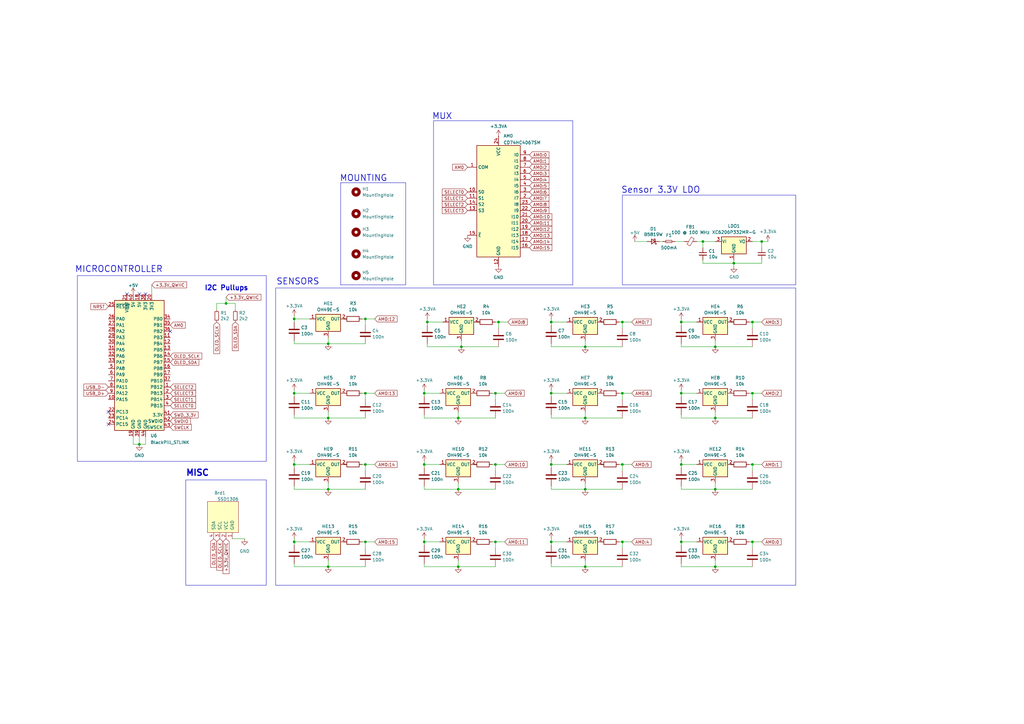
<source format=kicad_sch>
(kicad_sch (version 20250114) (generator "eeschema") (generator_version "9.0")
  (paper "A3")
  (lib_symbols
    (symbol "74xx:CD74HC4067SM"
      (property "Reference" "U" (at -8.89 22.86 0))
      (property "Value" "CD74HC4067SM" (at 1.27 22.86 0))
      (symbol "CD74HC4067SM_1_1"
        (pin passive line (at -12.7 12.7 0) (length 3.81) (name "COM") (number "1"))
        (pin input line (at -12.7 2.54 0) (length 3.81) (name "S0") (number "10"))
        (pin input line (at -12.7 0 0) (length 3.81) (name "S1") (number "11"))
        (pin input line (at -12.7 -2.54 0) (length 3.81) (name "S2") (number "14"))
        (pin input line (at -12.7 -5.08 0) (length 3.81) (name "S3") (number "13"))
        (pin input line (at -12.7 -15.24 0) (length 3.81) (name "~{E}") (number "15"))
        (pin power_in line (at 0 25.4 270) (length 3.81) (name "VCC") (number "24"))
        (pin power_in line (at 0 -27.94 90) (length 3.81) (name "GND") (number "12"))
        (pin passive line (at 12.7 17.78 180) (length 3.81) (name "I0") (number "9"))
        (pin passive line (at 12.7 15.24 180) (length 3.81) (name "I1") (number "8"))
        (pin passive line (at 12.7 12.7 180) (length 3.81) (name "I2") (number "7"))
        (pin passive line (at 12.7 10.16 180) (length 3.81) (name "I3") (number "6"))
        (pin passive line (at 12.7 7.62 180) (length 3.81) (name "I4") (number "5"))
        (pin passive line (at 12.7 5.08 180) (length 3.81) (name "I5") (number "4"))
        (pin passive line (at 12.7 2.54 180) (length 3.81) (name "I6") (number "3"))
        (pin passive line (at 12.7 0 180) (length 3.81) (name "I7") (number "2"))
        (pin passive line (at 12.7 -2.54 180) (length 3.81) (name "I8") (number "23"))
        (pin passive line (at 12.7 -5.08 180) (length 3.81) (name "I9") (number "22"))
        (pin passive line (at 12.7 -7.62 180) (length 3.81) (name "I10") (number "21"))
        (pin passive line (at 12.7 -10.16 180) (length 3.81) (name "I11") (number "20"))
        (pin passive line (at 12.7 -12.7 180) (length 3.81) (name "I12") (number "19"))
        (pin passive line (at 12.7 -15.24 180) (length 3.81) (name "I13") (number "18"))
        (pin passive line (at 12.7 -17.78 180) (length 3.81) (name "I14") (number "17"))
        (pin passive line (at 12.7 -20.32 180) (length 3.81) (name "I15") (number "16"))
      )
    )
    (symbol "Device:C" (pin_numbers (hide yes)) (pin_names (offset 0.254))
      (property "Reference" "C" (at 0.635 2.54 0))
      (property "Value" "C" (at 0.635 -2.54 0))
      (symbol "C_1_1"
        (pin passive line (at 0 3.81 270) (length 2.794) (name "~") (number "1"))
        (pin passive line (at 0 -3.81 90) (length 2.794) (name "~") (number "2"))
      )
    )
    (symbol "Device:C_Small" (pin_numbers (hide yes)) (pin_names (offset 0.254) (hide yes))
      (property "Reference" "C" (at 0.254 1.778 0))
      (property "Value" "C_Small" (at 0.254 -2.032 0))
      (symbol "C_Small_1_1"
        (pin passive line (at 0 2.54 270) (length 2.032) (name "~") (number "1"))
        (pin passive line (at 0 -2.54 90) (length 2.032) (name "~") (number "2"))
      )
    )
    (symbol "Device:D_Schottky_Small" (pin_numbers (hide yes)) (pin_names (offset 0.254) (hide yes))
      (property "Reference" "D" (at -1.27 2.032 0))
      (property "Value" "D_Schottky_Small" (at -7.112 -2.032 0))
      (symbol "D_Schottky_Small_1_1"
        (pin passive line (at -2.54 0 0) (length 1.778) (name "K") (number "1"))
        (pin passive line (at 2.54 0 180) (length 1.778) (name "A") (number "2"))
      )
    )
    (symbol "Device:Ferrite_Bead_Small" (pin_numbers (hide yes)) (pin_names (offset 0))
      (property "Reference" "FB" (at 1.905 1.27 0))
      (property "Value" "Device_Ferrite_Bead_Small" (at 1.905 -1.27 0))
      (symbol "Ferrite_Bead_Small_1_1"
        (pin passive line (at 0 2.54 270) (length 1.27) (name "~") (number "1"))
        (pin passive line (at 0 -2.54 90) (length 1.27) (name "~") (number "2"))
      )
    )
    (symbol "Device:Fuse_Small" (pin_numbers (hide yes)) (pin_names (offset 0.254) (hide yes))
      (property "Reference" "F" (at 0 -1.524 0))
      (property "Value" "Fuse_Small" (at 0 1.524 0))
      (symbol "Fuse_Small_1_1"
        (pin passive line (at -2.54 0 0) (length 1.27) (name "~") (number "1"))
        (pin passive line (at 2.54 0 180) (length 1.27) (name "~") (number "2"))
      )
    )
    (symbol "Device:R" (pin_numbers (hide yes)) (pin_names (offset 0))
      (property "Reference" "R" (at 2.032 0 90))
      (property "Value" "R" (at 0 0 90))
      (symbol "R_1_1"
        (pin passive line (at 0 3.81 270) (length 1.27) (name "~") (number "1"))
        (pin passive line (at 0 -3.81 90) (length 1.27) (name "~") (number "2"))
      )
    )
    (symbol "Device:R_Small" (pin_numbers (hide yes)) (pin_names (offset 0.254) (hide yes))
      (property "Reference" "R" (at 0.762 0.508 0))
      (property "Value" "R_Small" (at 0.762 -1.016 0))
      (symbol "R_Small_1_1"
        (pin passive line (at 0 2.54 270) (length 0.762) (name "~") (number "1"))
        (pin passive line (at 0 -2.54 90) (length 0.762) (name "~") (number "2"))
      )
    )
    (symbol "HE60:OH49E-S" (pin_names (offset 0.254))
      (property "Reference" "U" (at -3.81 3.175 0))
      (property "Value" "OH49E-S" (at 0 3.175 0))
      (symbol "OH49E-S_1_1"
        (pin power_in line (at -7.62 0 0) (length 2.54) (name "VCC") (number "1"))
        (pin power_in line (at 0 -7.62 90) (length 2.54) (name "GND") (number "3"))
        (pin output line (at 7.62 0 180) (length 2.54) (name "OUT") (number "2"))
      )
    )
    (symbol "Mechanical:MountingHole" (pin_names (offset 1.016)) (in_bom no)
      (property "Reference" "H" (at 0 5.08 0))
      (property "Value" "MountingHole" (at 0 3.175 0))
    )
    (symbol "Regulator_Linear:XC6206PxxxMR" (pin_names (offset 0.254))
      (property "Reference" "U" (at -3.81 3.175 0))
      (property "Value" "XC6206PxxxMR" (at 0 3.175 0))
      (symbol "XC6206PxxxMR_1_1"
        (pin power_in line (at -7.62 0 0) (length 2.54) (name "VI") (number "3"))
        (pin power_in line (at 0 -7.62 90) (length 2.54) (name "GND") (number "1"))
        (pin power_out line (at 7.62 0 180) (length 2.54) (name "VO") (number "2"))
      )
    )
    (symbol "SSD1306-128x64_OLED:SSD1306" (pin_names (offset 1.016))
      (property "Reference" "Brd" (at 0 -3.81 0))
      (property "Value" "SSD1306" (at 0 -1.27 0))
      (symbol "SSD1306_1_1"
        (pin input line (at -3.81 8.89 270) (length 2.54) (name "GND") (number "1"))
        (pin input line (at -1.27 8.89 270) (length 2.54) (name "VCC") (number "2"))
        (pin input line (at 1.27 8.89 270) (length 2.54) (name "SCL") (number "3"))
        (pin input line (at 3.81 8.89 270) (length 2.54) (name "SDA") (number "4"))
      )
    )
    (symbol "blackpill_stlink:BlackPill_STLINK"
      (property "Reference" "U6" (at 4.5594 -27.5495 0))
      (property "Value" "BlackPill_STLINK" (at 4.5594 -30.3246 0))
      (symbol "BlackPill_STLINK_1_1"
        (pin input line (at -12.7 25.4 0) (length 2.54) (name "~{RESET}") (number "25"))
        (pin bidirectional line (at -12.7 20.32 0) (length 2.54) (name "PA0") (number "26"))
        (pin bidirectional line (at -12.7 17.78 0) (length 2.54) (name "PA1") (number "27"))
        (pin bidirectional line (at -12.7 15.24 0) (length 2.54) (name "PA2") (number "28"))
        (pin bidirectional line (at -12.7 12.7 0) (length 2.54) (name "PA3") (number "29"))
        (pin bidirectional line (at -12.7 10.16 0) (length 2.54) (name "PA4") (number "30"))
        (pin bidirectional line (at -12.7 7.62 0) (length 2.54) (name "PA5") (number "31"))
        (pin bidirectional line (at -12.7 5.08 0) (length 2.54) (name "PA6") (number "32"))
        (pin bidirectional line (at -12.7 2.54 0) (length 2.54) (name "PA7") (number "33"))
        (pin bidirectional line (at -12.7 0 0) (length 2.54) (name "PA8") (number "5"))
        (pin bidirectional line (at -12.7 -2.54 0) (length 2.54) (name "PA9") (number "6"))
        (pin bidirectional line (at -12.7 -5.08 0) (length 2.54) (name "PA10") (number "7"))
        (pin bidirectional line (at -12.7 -7.62 0) (length 2.54) (name "PA11") (number "8"))
        (pin bidirectional line (at -12.7 -10.16 0) (length 2.54) (name "PA12") (number "9"))
        (pin bidirectional line (at -12.7 -12.7 0) (length 2.54) (name "PA15") (number "10"))
        (pin bidirectional line (at -12.7 -17.78 0) (length 2.54) (name "PC13") (number "22"))
        (pin bidirectional line (at -12.7 -20.32 0) (length 2.54) (name "PC14") (number "23"))
        (pin bidirectional line (at -12.7 -22.86 0) (length 2.54) (name "PC15") (number "24"))
        (pin power_in line (at -5.08 30.48 270) (length 2.54) (name "VBAT") (number "21"))
        (pin passive line (at -2.54 30.48 270) (length 2.54) (name "5V") (number "40"))
        (pin power_in line (at -2.54 -27.94 90) (length 2.54) (name "GND") (number "19"))
        (pin power_in line (at 0 30.48 270) (length 2.54) (name "5V") (number "18"))
        (pin power_in line (at 0 -27.94 90) (length 2.54) (name "GND") (number "39"))
        (pin power_out line (at 2.54 30.48 270) (length 2.54) (name "3V3") (number "38"))
        (pin power_in line (at 2.54 -27.94 90) (length 2.54) (name "GND") (number "44"))
        (pin power_out line (at 5.08 30.48 270) (length 2.54) (name "3V3") (number "20"))
        (pin bidirectional line (at 12.7 20.32 180) (length 2.54) (name "PB0") (number "34"))
        (pin bidirectional line (at 12.7 17.78 180) (length 2.54) (name "PB1") (number "35"))
        (pin bidirectional line (at 12.7 15.24 180) (length 2.54) (name "PB2") (number "36"))
        (pin bidirectional line (at 12.7 12.7 180) (length 2.54) (name "PB3") (number "11"))
        (pin bidirectional line (at 12.7 10.16 180) (length 2.54) (name "PB4") (number "12"))
        (pin bidirectional line (at 12.7 7.62 180) (length 2.54) (name "PB5") (number "13"))
        (pin bidirectional line (at 12.7 5.08 180) (length 2.54) (name "PB6") (number "14"))
        (pin bidirectional line (at 12.7 2.54 180) (length 2.54) (name "PB7") (number "15"))
        (pin bidirectional line (at 12.7 0 180) (length 2.54) (name "PB8") (number "16"))
        (pin bidirectional line (at 12.7 -2.54 180) (length 2.54) (name "PB9") (number "17"))
        (pin bidirectional line (at 12.7 -5.08 180) (length 2.54) (name "PB10") (number "37"))
        (pin bidirectional line (at 12.7 -7.62 180) (length 2.54) (name "PB12") (number "1"))
        (pin bidirectional line (at 12.7 -10.16 180) (length 2.54) (name "PB13") (number "2"))
        (pin bidirectional line (at 12.7 -12.7 180) (length 2.54) (name "PB14") (number "3"))
        (pin bidirectional line (at 12.7 -15.24 180) (length 2.54) (name "PB15") (number "4"))
        (pin power_out line (at 12.7 -19.05 180) (length 2.54) (name "3.3V") (number "41"))
        (pin bidirectional line (at 12.7 -21.59 180) (length 2.54) (name "SWDIO") (number "42"))
        (pin bidirectional line (at 12.7 -24.13 180) (length 2.54) (name "SWSCK") (number "43"))
      )
    )
    (symbol "power:+3.3VA" (power) (pin_numbers (hide yes)) (pin_names (offset 0) (hide yes))
      (property "Value" "+3.3VA" (at 0 3.556 0))
      (symbol "+3.3VA_1_1"
        (pin power_in line (at 0 0 90) (length 0) (name "~") (number "1"))
      )
    )
    (symbol "power:+5V" (power) (pin_names (offset 0))
      (property "Value" "+5V" (at 0 3.556 0))
      (symbol "+5V_1_1"
        (pin power_in line (at 0 0 90) (length 0) (hide yes) (name "+5V") (number "1"))
      )
    )
    (symbol "power:GND" (power) (pin_names (offset 0))
      (property "Value" "GND" (at 0 -3.81 0))
      (symbol "GND_1_1"
        (pin power_in line (at 0 0 270) (length 0) (hide yes) (name "GND") (number "1"))
      )
    )
  )
  (rectangle (start 31.75 113.03) (end 109.22 189.23))
  (rectangle (start 76.2 196.85) (end 109.22 240.03))
  (rectangle (start 139.7 74.93) (end 166.37 116.84))
  (rectangle (start 113.03 118.11) (end 326.39 240.03))
  (rectangle (start 177.8 49.53) (end 234.95 116.84))
  (rectangle (start 255.27 80.01) (end 326.39 116.84))
  (text "MUX" (at 181.356 47.752 0) (effects (font (size 2.54 2.54) (thickness 0.254) (bold yes))))
  (text "I2C Pullups" (at 83.82 119.38 0) (effects (font (size 2.0066 2.0066) (thickness 0.4013) (bold yes)) (justify left bottom)))
  (text "SENSORS" (at 122.174 115.57 0) (effects (font (size 2.54 2.54) (thickness 0.254) (bold yes))))
  (text "Sensor 3.3V LDO" (at 271.018 77.978 0) (effects (font (size 2.54 2.54) (thickness 0.254) (bold yes))))
  (text "MOUNTING\n" (at 149.098 73.152 0) (effects (font (size 2.54 2.54) (thickness 0.254) (bold yes))))
  (text "MICROCONTROLLER" (at 48.768 110.49 0) (effects (font (size 2.54 2.54) (thickness 0.254) (bold yes))))
  (text "MISC" (at 81.026 194.056 0) (effects (font (size 2.54 2.54) (thickness 0.508) (bold yes))))
  (junction (at 134.62 140.97))
  (junction (at 149.86 161.29))
  (junction (at 308.61 161.29))
  (junction (at 255.27 161.29))
  (junction (at 120.65 161.29))
  (junction (at 279.4 132.08))
  (junction (at 240.03 171.45))
  (junction (at 308.61 190.5))
  (junction (at 293.37 142.24))
  (junction (at 175.26 132.08))
  (junction (at 187.96 200.66))
  (junction (at 173.99 161.29))
  (junction (at 293.37 200.66))
  (junction (at 189.23 142.24))
  (junction (at 293.37 171.45))
  (junction (at 226.06 161.29))
  (junction (at 240.03 142.24))
  (junction (at 203.2 190.5))
  (junction (at 300.99 107.95))
  (junction (at 149.86 222.25))
  (junction (at 240.03 200.66))
  (junction (at 134.62 232.41))
  (junction (at 57.15 182.245))
  (junction (at 312.42 99.06))
  (junction (at 279.4 161.29))
  (junction (at 279.4 190.5))
  (junction (at 255.27 132.08))
  (junction (at 134.62 200.66))
  (junction (at 226.06 132.08))
  (junction (at 308.61 132.08))
  (junction (at 187.96 232.41))
  (junction (at 226.06 190.5))
  (junction (at 173.99 190.5))
  (junction (at 293.37 232.41))
  (junction (at 203.2 222.25))
  (junction (at 134.62 171.45))
  (junction (at 120.65 190.5))
  (junction (at 149.86 130.81))
  (junction (at 308.61 222.25))
  (junction (at 92.71 124.46))
  (junction (at 255.27 190.5))
  (junction (at 240.03 232.41))
  (junction (at 203.2 161.29))
  (junction (at 120.65 222.25))
  (junction (at 187.96 171.45))
  (junction (at 255.27 222.25))
  (junction (at 173.99 222.25))
  (junction (at 149.86 190.5))
  (junction (at 120.65 130.81))
  (junction (at 226.06 222.25))
  (junction (at 288.29 99.06))
  (junction (at 279.4 222.25))
  (junction (at 204.47 132.08))
  (no_connect (at 44.45 173.99))
  (no_connect (at 57.15 120.65))
  (no_connect (at 59.69 120.65))
  (no_connect (at 44.45 168.91))
  (no_connect (at 52.07 120.65))
  (no_connect (at 69.85 135.89))
  (wire (pts (xy 173.99 222.25) (xy 180.34 222.25)))
  (wire (pts (xy 279.4 191.77) (xy 279.4 190.5)))
  (wire (pts (xy 226.06 130.81) (xy 226.06 132.08)))
  (wire (pts (xy 226.06 161.29) (xy 232.41 161.29)))
  (wire (pts (xy 279.4 162.56) (xy 279.4 161.29)))
  (wire (pts (xy 204.47 132.08) (xy 204.47 134.62)))
  (wire (pts (xy 299.72 161.29) (xy 300.99 161.29)))
  (wire (pts (xy 240.03 171.45) (xy 255.27 171.45)))
  (wire (pts (xy 203.2 161.29) (xy 201.93 161.29)))
  (wire (pts (xy 312.42 99.06) (xy 314.96 99.06)))
  (wire (pts (xy 288.29 99.06) (xy 293.37 99.06)))
  (wire (pts (xy 120.65 223.52) (xy 120.65 222.25)))
  (wire (pts (xy 255.27 132.08) (xy 254 132.08)))
  (wire (pts (xy 120.65 232.41) (xy 120.65 231.14)))
  (wire (pts (xy 255.27 190.5) (xy 255.27 193.04)))
  (wire (pts (xy 299.72 132.08) (xy 300.99 132.08)))
  (wire (pts (xy 120.65 162.56) (xy 120.65 161.29)))
  (wire (pts (xy 240.03 139.7) (xy 240.03 142.24)))
  (wire (pts (xy 187.96 171.45) (xy 203.2 171.45)))
  (wire (pts (xy 149.86 190.5) (xy 148.59 190.5)))
  (wire (pts (xy 255.27 161.29) (xy 259.08 161.29)))
  (wire (pts (xy 173.99 200.66) (xy 173.99 199.39)))
  (wire (pts (xy 96.52 124.46) (xy 96.52 127)))
  (wire (pts (xy 194.31 161.29) (xy 195.58 161.29)))
  (wire (pts (xy 255.27 190.5) (xy 254 190.5)))
  (wire (pts (xy 308.61 222.25) (xy 307.34 222.25)))
  (wire (pts (xy 120.65 171.45) (xy 120.65 170.18)))
  (wire (pts (xy 240.03 200.66) (xy 255.27 200.66)))
  (wire (pts (xy 300.99 109.22) (xy 300.99 107.95)))
  (wire (pts (xy 173.99 232.41) (xy 187.96 232.41)))
  (wire (pts (xy 134.62 168.91) (xy 134.62 171.45)))
  (wire (pts (xy 226.06 191.77) (xy 226.06 190.5)))
  (wire (pts (xy 134.62 140.97) (xy 149.86 140.97)))
  (wire (pts (xy 173.99 171.45) (xy 187.96 171.45)))
  (wire (pts (xy 120.65 160.02) (xy 120.65 161.29)))
  (wire (pts (xy 120.65 222.25) (xy 127 222.25)))
  (wire (pts (xy 226.06 223.52) (xy 226.06 222.25)))
  (wire (pts (xy 255.27 190.5) (xy 259.08 190.5)))
  (wire (pts (xy 279.4 220.98) (xy 279.4 222.25)))
  (wire (pts (xy 255.27 161.29) (xy 254 161.29)))
  (wire (pts (xy 308.61 190.5) (xy 308.61 193.04)))
  (wire (pts (xy 293.37 200.66) (xy 308.61 200.66)))
  (wire (pts (xy 308.61 190.5) (xy 312.42 190.5)))
  (wire (pts (xy 134.62 200.66) (xy 149.86 200.66)))
  (wire (pts (xy 279.4 189.23) (xy 279.4 190.5)))
  (wire (pts (xy 173.99 220.98) (xy 173.99 222.25)))
  (wire (pts (xy 195.58 132.08) (xy 196.85 132.08)))
  (wire (pts (xy 173.99 200.66) (xy 187.96 200.66)))
  (wire (pts (xy 204.47 132.08) (xy 208.28 132.08)))
  (wire (pts (xy 134.62 198.12) (xy 134.62 200.66)))
  (wire (pts (xy 226.06 189.23) (xy 226.06 190.5)))
  (wire (pts (xy 240.03 229.87) (xy 240.03 232.41)))
  (wire (pts (xy 308.61 222.25) (xy 312.42 222.25)))
  (wire (pts (xy 240.03 168.91) (xy 240.03 171.45)))
  (wire (pts (xy 92.71 124.46) (xy 88.9 124.46)))
  (wire (pts (xy 189.23 139.7) (xy 189.23 142.24)))
  (wire (pts (xy 203.2 161.29) (xy 203.2 163.83)))
  (wire (pts (xy 149.86 222.25) (xy 148.59 222.25)))
  (wire (pts (xy 260.35 99.06) (xy 265.43 99.06)))
  (wire (pts (xy 226.06 200.66) (xy 226.06 199.39)))
  (wire (pts (xy 120.65 129.54) (xy 120.65 130.81)))
  (wire (pts (xy 312.42 106.68) (xy 312.42 107.95)))
  (wire (pts (xy 149.86 130.81) (xy 148.59 130.81)))
  (wire (pts (xy 187.96 198.12) (xy 187.96 200.66)))
  (wire (pts (xy 288.29 101.6) (xy 288.29 99.06)))
  (wire (pts (xy 120.65 140.97) (xy 134.62 140.97)))
  (wire (pts (xy 173.99 223.52) (xy 173.99 222.25)))
  (wire (pts (xy 246.38 132.08) (xy 247.65 132.08)))
  (wire (pts (xy 299.72 222.25) (xy 300.99 222.25)))
  (wire (pts (xy 279.4 142.24) (xy 279.4 140.97)))
  (wire (pts (xy 226.06 232.41) (xy 226.06 231.14)))
  (wire (pts (xy 279.4 223.52) (xy 279.4 222.25)))
  (wire (pts (xy 255.27 222.25) (xy 254 222.25)))
  (wire (pts (xy 140.97 190.5) (xy 142.24 190.5)))
  (wire (pts (xy 120.65 200.66) (xy 134.62 200.66)))
  (wire (pts (xy 120.65 189.23) (xy 120.65 190.5)))
  (wire (pts (xy 187.96 168.91) (xy 187.96 171.45)))
  (wire (pts (xy 173.99 171.45) (xy 173.99 170.18)))
  (wire (pts (xy 279.4 133.35) (xy 279.4 132.08)))
  (wire (pts (xy 203.2 161.29) (xy 207.01 161.29)))
  (wire (pts (xy 240.03 142.24) (xy 255.27 142.24)))
  (wire (pts (xy 134.62 229.87) (xy 134.62 232.41)))
  (wire (pts (xy 246.38 190.5) (xy 247.65 190.5)))
  (wire (pts (xy 308.61 190.5) (xy 307.34 190.5)))
  (wire (pts (xy 149.86 130.81) (xy 153.67 130.81)))
  (wire (pts (xy 175.26 142.24) (xy 175.26 140.97)))
  (wire (pts (xy 175.26 130.81) (xy 175.26 132.08)))
  (wire (pts (xy 194.31 222.25) (xy 195.58 222.25)))
  (wire (pts (xy 293.37 171.45) (xy 308.61 171.45)))
  (wire (pts (xy 288.29 106.68) (xy 288.29 107.95)))
  (wire (pts (xy 226.06 162.56) (xy 226.06 161.29)))
  (wire (pts (xy 120.65 220.98) (xy 120.65 222.25)))
  (wire (pts (xy 279.4 171.45) (xy 293.37 171.45)))
  (wire (pts (xy 173.99 189.23) (xy 173.99 190.5)))
  (wire (pts (xy 279.4 161.29) (xy 285.75 161.29)))
  (wire (pts (xy 204.47 132.08) (xy 203.2 132.08)))
  (wire (pts (xy 299.72 190.5) (xy 300.99 190.5)))
  (wire (pts (xy 312.42 107.95) (xy 300.99 107.95)))
  (wire (pts (xy 149.86 161.29) (xy 153.67 161.29)))
  (wire (pts (xy 134.62 171.45) (xy 149.86 171.45)))
  (wire (pts (xy 255.27 132.08) (xy 259.08 132.08)))
  (wire (pts (xy 187.96 232.41) (xy 203.2 232.41)))
  (wire (pts (xy 279.4 200.66) (xy 293.37 200.66)))
  (wire (pts (xy 255.27 222.25) (xy 259.08 222.25)))
  (wire (pts (xy 173.99 160.02) (xy 173.99 161.29)))
  (wire (pts (xy 175.26 133.35) (xy 175.26 132.08)))
  (wire (pts (xy 279.4 232.41) (xy 293.37 232.41)))
  (wire (pts (xy 279.4 142.24) (xy 293.37 142.24)))
  (wire (pts (xy 279.4 200.66) (xy 279.4 199.39)))
  (wire (pts (xy 246.38 161.29) (xy 247.65 161.29)))
  (wire (pts (xy 120.65 161.29) (xy 127 161.29)))
  (wire (pts (xy 187.96 229.87) (xy 187.96 232.41)))
  (wire (pts (xy 62.23 120.65) (xy 62.23 116.84)))
  (wire (pts (xy 226.06 142.24) (xy 240.03 142.24)))
  (wire (pts (xy 173.99 161.29) (xy 180.34 161.29)))
  (wire (pts (xy 308.61 132.08) (xy 308.61 134.62)))
  (wire (pts (xy 175.26 132.08) (xy 181.61 132.08)))
  (wire (pts (xy 240.03 198.12) (xy 240.03 200.66)))
  (wire (pts (xy 203.2 190.5) (xy 201.93 190.5)))
  (wire (pts (xy 293.37 198.12) (xy 293.37 200.66)))
  (wire (pts (xy 175.26 142.24) (xy 189.23 142.24)))
  (wire (pts (xy 255.27 132.08) (xy 255.27 134.62)))
  (wire (pts (xy 293.37 168.91) (xy 293.37 171.45)))
  (wire (pts (xy 149.86 161.29) (xy 148.59 161.29)))
  (wire (pts (xy 120.65 130.81) (xy 127 130.81)))
  (wire (pts (xy 173.99 162.56) (xy 173.99 161.29)))
  (wire (pts (xy 279.4 232.41) (xy 279.4 231.14)))
  (wire (pts (xy 226.06 222.25) (xy 232.41 222.25)))
  (wire (pts (xy 226.06 133.35) (xy 226.06 132.08)))
  (wire (pts (xy 134.62 232.41) (xy 149.86 232.41)))
  (wire (pts (xy 59.69 182.245) (xy 57.15 182.245)))
  (wire (pts (xy 149.86 222.25) (xy 149.86 224.79)))
  (wire (pts (xy 203.2 190.5) (xy 203.2 193.04)))
  (wire (pts (xy 279.4 130.81) (xy 279.4 132.08)))
  (wire (pts (xy 300.99 107.95) (xy 300.99 106.68)))
  (wire (pts (xy 226.06 220.98) (xy 226.06 222.25)))
  (wire (pts (xy 88.9 124.46) (xy 88.9 127)))
  (wire (pts (xy 279.4 132.08) (xy 285.75 132.08)))
  (wire (pts (xy 140.97 130.81) (xy 142.24 130.81)))
  (wire (pts (xy 279.4 222.25) (xy 285.75 222.25)))
  (wire (pts (xy 308.61 222.25) (xy 308.61 224.79)))
  (wire (pts (xy 149.86 190.5) (xy 153.67 190.5)))
  (wire (pts (xy 226.06 142.24) (xy 226.06 140.97)))
  (wire (pts (xy 57.15 179.07) (xy 57.15 182.245)))
  (wire (pts (xy 279.4 171.45) (xy 279.4 170.18)))
  (wire (pts (xy 312.42 99.06) (xy 308.61 99.06)))
  (wire (pts (xy 293.37 142.24) (xy 308.61 142.24)))
  (wire (pts (xy 92.71 121.92) (xy 92.71 124.46)))
  (wire (pts (xy 140.97 161.29) (xy 142.24 161.29)))
  (wire (pts (xy 279.4 190.5) (xy 285.75 190.5)))
  (wire (pts (xy 226.06 200.66) (xy 240.03 200.66)))
  (wire (pts (xy 173.99 191.77) (xy 173.99 190.5)))
  (wire (pts (xy 255.27 222.25) (xy 255.27 224.79)))
  (wire (pts (xy 293.37 139.7) (xy 293.37 142.24)))
  (wire (pts (xy 203.2 190.5) (xy 207.01 190.5)))
  (wire (pts (xy 140.97 222.25) (xy 142.24 222.25)))
  (wire (pts (xy 312.42 101.6) (xy 312.42 99.06)))
  (wire (pts (xy 226.06 160.02) (xy 226.06 161.29)))
  (wire (pts (xy 149.86 130.81) (xy 149.86 133.35)))
  (wire (pts (xy 120.65 190.5) (xy 127 190.5)))
  (wire (pts (xy 226.06 232.41) (xy 240.03 232.41)))
  (wire (pts (xy 293.37 232.41) (xy 308.61 232.41)))
  (wire (pts (xy 100.33 220.98) (xy 95.25 220.98)))
  (wire (pts (xy 308.61 161.29) (xy 308.61 163.83)))
  (wire (pts (xy 189.23 142.24) (xy 204.47 142.24)))
  (wire (pts (xy 149.86 190.5) (xy 149.86 193.04)))
  (wire (pts (xy 120.65 132.08) (xy 120.65 130.81)))
  (wire (pts (xy 194.31 190.5) (xy 195.58 190.5)))
  (wire (pts (xy 276.86 99.06) (xy 280.67 99.06)))
  (wire (pts (xy 279.4 160.02) (xy 279.4 161.29)))
  (wire (pts (xy 288.29 107.95) (xy 300.99 107.95)))
  (wire (pts (xy 308.61 132.08) (xy 307.34 132.08)))
  (wire (pts (xy 92.71 124.46) (xy 96.52 124.46)))
  (wire (pts (xy 308.61 132.08) (xy 312.42 132.08)))
  (wire (pts (xy 203.2 222.25) (xy 203.2 224.79)))
  (wire (pts (xy 120.65 171.45) (xy 134.62 171.45)))
  (wire (pts (xy 293.37 229.87) (xy 293.37 232.41)))
  (wire (pts (xy 226.06 190.5) (xy 232.41 190.5)))
  (wire (pts (xy 203.2 222.25) (xy 201.93 222.25)))
  (wire (pts (xy 226.06 171.45) (xy 240.03 171.45)))
  (wire (pts (xy 149.86 161.29) (xy 149.86 163.83)))
  (wire (pts (xy 203.2 222.25) (xy 207.01 222.25)))
  (wire (pts (xy 173.99 232.41) (xy 173.99 231.14)))
  (wire (pts (xy 120.65 140.97) (xy 120.65 139.7)))
  (wire (pts (xy 270.51 99.06) (xy 271.78 99.06)))
  (wire (pts (xy 255.27 161.29) (xy 255.27 163.83)))
  (wire (pts (xy 187.96 200.66) (xy 203.2 200.66)))
  (wire (pts (xy 120.65 232.41) (xy 134.62 232.41)))
  (wire (pts (xy 134.62 138.43) (xy 134.62 140.97)))
  (wire (pts (xy 308.61 161.29) (xy 312.42 161.29)))
  (wire (pts (xy 120.65 200.66) (xy 120.65 199.39)))
  (wire (pts (xy 54.61 182.245) (xy 57.15 182.245)))
  (wire (pts (xy 173.99 190.5) (xy 180.34 190.5)))
  (wire (pts (xy 308.61 161.29) (xy 307.34 161.29)))
  (wire (pts (xy 246.38 222.25) (xy 247.65 222.25)))
  (wire (pts (xy 240.03 232.41) (xy 255.27 232.41)))
  (wire (pts (xy 285.75 99.06) (xy 288.29 99.06)))
  (wire (pts (xy 59.69 179.07) (xy 59.69 182.245)))
  (wire (pts (xy 149.86 222.25) (xy 153.67 222.25)))
  (wire (pts (xy 120.65 191.77) (xy 120.65 190.5)))
  (wire (pts (xy 226.06 171.45) (xy 226.06 170.18)))
  (wire (pts (xy 54.61 179.07) (xy 54.61 182.245)))
  (wire (pts (xy 226.06 132.08) (xy 232.41 132.08)))
  (global_label "SWD_3.3V" (shape input) (at 69.85 170.18 0) (property "Intersheetrefs" "${INTERSHEET_REFS}" (effects (hide yes))))
  (global_label "NRST" (shape input) (at 44.45 125.73 180) (property "Intersheetrefs" "${INTERSHEET_REFS}" (effects (hide yes))))
  (global_label "SELECT1" (shape input) (at 191.77 81.28 180) (property "Intersheetrefs" "${INTERSHEET_REFS}" (effects (hide yes))))
  (global_label "SELECT0" (shape input) (at 69.85 166.37 0) (property "Intersheetrefs" "${INTERSHEET_REFS}" (effects (hide yes))))
  (global_label "AM0:11" (shape input) (at 217.17 91.44 0) (property "Intersheetrefs" "${INTERSHEET_REFS}" (effects (hide yes))))
  (global_label "AM0:13" (shape input) (at 153.67 161.29 0) (property "Intersheetrefs" "${INTERSHEET_REFS}" (effects (hide yes))))
  (global_label "OLED_SCLK" (shape input) (at 90.17 220.98 270) (property "Intersheetrefs" "${INTERSHEET_REFS}" (effects (hide yes))))
  (global_label "AM0:6" (shape input) (at 259.08 161.29 0) (property "Intersheetrefs" "${INTERSHEET_REFS}" (effects (hide yes))))
  (global_label "AM0:5" (shape input) (at 259.08 190.5 0) (property "Intersheetrefs" "${INTERSHEET_REFS}" (effects (hide yes))))
  (global_label "SELECT2" (shape input) (at 69.85 158.75 0) (property "Intersheetrefs" "${INTERSHEET_REFS}" (effects (hide yes))))
  (global_label "AM0:10" (shape input) (at 217.17 88.9 0) (property "Intersheetrefs" "${INTERSHEET_REFS}" (effects (hide yes))))
  (global_label "AM0:11" (shape input) (at 207.01 222.25 0) (property "Intersheetrefs" "${INTERSHEET_REFS}" (effects (hide yes))))
  (global_label "AM0:0" (shape input) (at 312.42 222.25 0) (property "Intersheetrefs" "${INTERSHEET_REFS}" (effects (hide yes))))
  (global_label "AM0:7" (shape input) (at 259.08 132.08 0) (property "Intersheetrefs" "${INTERSHEET_REFS}" (effects (hide yes))))
  (global_label "AM0:12" (shape input) (at 217.17 93.98 0) (property "Intersheetrefs" "${INTERSHEET_REFS}" (effects (hide yes))))
  (global_label "SELECT0" (shape input) (at 191.77 78.74 180) (property "Intersheetrefs" "${INTERSHEET_REFS}" (effects (hide yes))))
  (global_label "SWDIO" (shape input) (at 69.85 172.72 0) (property "Intersheetrefs" "${INTERSHEET_REFS}" (effects (hide yes))))
  (global_label "AM0:2" (shape input) (at 312.42 161.29 0) (property "Intersheetrefs" "${INTERSHEET_REFS}" (effects (hide yes))))
  (global_label "AM0:4" (shape input) (at 259.08 222.25 0) (property "Intersheetrefs" "${INTERSHEET_REFS}" (effects (hide yes))))
  (global_label "OLED_SDA" (shape input) (at 69.85 148.59 0) (property "Intersheetrefs" "${INTERSHEET_REFS}" (effects (hide yes))))
  (global_label "AM0:9" (shape input) (at 217.17 86.36 0) (property "Intersheetrefs" "${INTERSHEET_REFS}" (effects (hide yes))))
  (global_label "AM0:0" (shape input) (at 217.17 63.5 0) (property "Intersheetrefs" "${INTERSHEET_REFS}" (effects (hide yes))))
  (global_label "AM0:7" (shape input) (at 217.17 81.28 0) (property "Intersheetrefs" "${INTERSHEET_REFS}" (effects (hide yes))))
  (global_label "AM0:3" (shape input) (at 312.42 132.08 0) (property "Intersheetrefs" "${INTERSHEET_REFS}" (effects (hide yes))))
  (global_label "OLED_SDA" (shape input) (at 96.52 132.08 270) (property "Intersheetrefs" "${INTERSHEET_REFS}" (effects (hide yes))))
  (global_label "AM0:6" (shape input) (at 217.17 78.74 0) (property "Intersheetrefs" "${INTERSHEET_REFS}" (effects (hide yes))))
  (global_label "OLED_SCLK" (shape input) (at 69.85 146.05 0) (property "Intersheetrefs" "${INTERSHEET_REFS}" (effects (hide yes))))
  (global_label "SELECT3" (shape input) (at 69.85 161.29 0) (property "Intersheetrefs" "${INTERSHEET_REFS}" (effects (hide yes))))
  (global_label "AM0:10" (shape input) (at 207.01 190.5 0) (property "Intersheetrefs" "${INTERSHEET_REFS}" (effects (hide yes))))
  (global_label "AM0:1" (shape input) (at 217.17 66.04 0) (property "Intersheetrefs" "${INTERSHEET_REFS}" (effects (hide yes))))
  (global_label "SELECT1" (shape input) (at 69.85 163.83 0) (property "Intersheetrefs" "${INTERSHEET_REFS}" (effects (hide yes))))
  (global_label "AM0:5" (shape input) (at 217.17 76.2 0) (property "Intersheetrefs" "${INTERSHEET_REFS}" (effects (hide yes))))
  (global_label "AM0:8" (shape input) (at 208.28 132.08 0) (property "Intersheetrefs" "${INTERSHEET_REFS}" (effects (hide yes))))
  (global_label "AM0:15" (shape input) (at 217.17 101.6 0) (property "Intersheetrefs" "${INTERSHEET_REFS}" (effects (hide yes))))
  (global_label "AM0:14" (shape input) (at 153.67 190.5 0) (property "Intersheetrefs" "${INTERSHEET_REFS}" (effects (hide yes))))
  (global_label "+3.3V_QWIIC" (shape input) (at 62.23 116.84 0) (property "Intersheetrefs" "${INTERSHEET_REFS}" (effects (hide yes))))
  (global_label "AM0:1" (shape input) (at 312.42 190.5 0) (property "Intersheetrefs" "${INTERSHEET_REFS}" (effects (hide yes))))
  (global_label "SWCLK" (shape input) (at 69.85 175.26 0) (property "Intersheetrefs" "${INTERSHEET_REFS}" (effects (hide yes))))
  (global_label "OLED_SCLK" (shape input) (at 88.9 132.08 270) (property "Intersheetrefs" "${INTERSHEET_REFS}" (effects (hide yes))))
  (global_label "AM0:8" (shape input) (at 217.17 83.82 0) (property "Intersheetrefs" "${INTERSHEET_REFS}" (effects (hide yes))))
  (global_label "AM0" (shape input) (at 191.77 68.58 180) (property "Intersheetrefs" "${INTERSHEET_REFS}" (effects (hide yes))))
  (global_label "AM0:2" (shape input) (at 217.17 68.58 0) (property "Intersheetrefs" "${INTERSHEET_REFS}" (effects (hide yes))))
  (global_label "AM0:13" (shape input) (at 217.17 96.52 0) (property "Intersheetrefs" "${INTERSHEET_REFS}" (effects (hide yes))))
  (global_label "+3.3V_QWIIC" (shape input) (at 92.71 220.98 270) (property "Intersheetrefs" "${INTERSHEET_REFS}" (effects (hide yes))))
  (global_label "USB_D+" (shape input) (at 44.45 161.29 180) (property "Intersheetrefs" "${INTERSHEET_REFS}" (effects (hide yes))))
  (global_label "AM0:14" (shape input) (at 217.17 99.06 0) (property "Intersheetrefs" "${INTERSHEET_REFS}" (effects (hide yes))))
  (global_label "AM0" (shape input) (at 69.85 133.35 0) (property "Intersheetrefs" "${INTERSHEET_REFS}" (effects (hide yes))))
  (global_label "USB_D-" (shape input) (at 44.45 158.75 180) (property "Intersheetrefs" "${INTERSHEET_REFS}" (effects (hide yes))))
  (global_label "AM0:3" (shape input) (at 217.17 71.12 0) (property "Intersheetrefs" "${INTERSHEET_REFS}" (effects (hide yes))))
  (global_label "+3.3V_QWIIC" (shape input) (at 92.71 121.92 0) (property "Intersheetrefs" "${INTERSHEET_REFS}" (effects (hide yes))))
  (global_label "OLED_SDA" (shape input) (at 87.63 220.98 270) (property "Intersheetrefs" "${INTERSHEET_REFS}" (effects (hide yes))))
  (global_label "AM0:12" (shape input) (at 153.67 130.81 0) (property "Intersheetrefs" "${INTERSHEET_REFS}" (effects (hide yes))))
  (global_label "AM0:15" (shape input) (at 153.67 222.25 0) (property "Intersheetrefs" "${INTERSHEET_REFS}" (effects (hide yes))))
  (global_label "SELECT2" (shape input) (at 191.77 83.82 180) (property "Intersheetrefs" "${INTERSHEET_REFS}" (effects (hide yes))))
  (global_label "AM0:4" (shape input) (at 217.17 73.66 0) (property "Intersheetrefs" "${INTERSHEET_REFS}" (effects (hide yes))))
  (global_label "AM0:9" (shape input) (at 207.01 161.29 0) (property "Intersheetrefs" "${INTERSHEET_REFS}" (effects (hide yes))))
  (global_label "SELECT3" (shape input) (at 191.77 86.36 180) (property "Intersheetrefs" "${INTERSHEET_REFS}" (effects (hide yes))))
  (symbol (lib_id "power:+3.3VA") (at 226.06 160.02 0) (unit 1)
    (property "Reference" "#PWR021" (effects (hide yes)))
    (property "Value" "+3.3VA" (at 226.06 155.956 0))
    (property "Description" "Power symbol creates a global label with name \"+3.3VA\"" (effects (hide yes)))
  )
  (symbol (lib_id "power:+3.3VA") (at 279.4 160.02 0) (unit 1)
    (property "Reference" "#PWR023" (effects (hide yes)))
    (property "Value" "+3.3VA" (at 279.4 155.956 0))
    (property "Description" "Power symbol creates a global label with name \"+3.3VA\"" (effects (hide yes)))
  )
  (symbol (lib_id "Device:C") (at 149.86 228.6 0) (unit 1)
    (property "Reference" "C28" (at 152.654 227.076 0) (effects (justify left)))
    (property "Value" "100n" (at 152.654 229.616 0) (effects (justify left)))
    (property "Footprint" "Capacitor_SMD:C_0402_1005Metric" (effects (hide yes)))
    (property "Description" "Unpolarized capacitor" (effects (hide yes)))
  )
  (symbol (lib_id "Device:R") (at 303.53 190.5 90) (unit 1)
    (property "Reference" "R14" (at 303.53 184.15 90))
    (property "Value" "10k" (at 303.53 186.69 90))
    (property "Footprint" "Resistor_SMD:R_0402_1005Metric" (effects (hide yes)))
    (property "Description" "Resistor" (effects (hide yes)))
  )
  (symbol (lib_id "Device:R_Small") (at 96.52 129.54 0) (unit 1)
    (property "Reference" "R2" (at 98.0186 128.3716 0) (effects (justify left)))
    (property "Value" "2k2" (at 98.0186 130.683 0) (effects (justify left)))
    (property "Footprint" "Resistor_SMD:R_0402_1005Metric" (effects (hide yes)))
    (property "MPN" "0402WGF2201TCE" (effects (hide yes)))
    (property "LCSC Part" "C25879" (effects (hide yes)))
    (property "Basic Part" "True" (effects (hide yes)))
  )
  (symbol (lib_id "Device:R") (at 144.78 130.81 90) (unit 1)
    (property "Reference" "R3" (at 144.78 124.46 90))
    (property "Value" "10k" (at 144.78 127 90))
    (property "Footprint" "Resistor_SMD:R_0402_1005Metric" (effects (hide yes)))
    (property "Description" "Resistor" (effects (hide yes)))
  )
  (symbol (lib_id "Device:C") (at 149.86 167.64 0) (unit 1)
    (property "Reference" "C12" (at 152.654 166.116 0) (effects (justify left)))
    (property "Value" "100n" (at 152.654 168.656 0) (effects (justify left)))
    (property "Footprint" "Capacitor_SMD:C_0402_1005Metric" (effects (hide yes)))
    (property "Description" "Unpolarized capacitor" (effects (hide yes)))
  )
  (symbol (lib_id "Device:C") (at 308.61 196.85 0) (unit 1)
    (property "Reference" "C26" (at 311.404 195.326 0) (effects (justify left)))
    (property "Value" "100n" (at 311.404 197.866 0) (effects (justify left)))
    (property "Footprint" "Capacitor_SMD:C_0402_1005Metric" (effects (hide yes)))
    (property "Description" "Unpolarized capacitor" (effects (hide yes)))
  )
  (symbol (lib_id "Device:R") (at 198.12 222.25 90) (unit 1)
    (property "Reference" "R16" (at 198.12 215.9 90))
    (property "Value" "10k" (at 198.12 218.44 90))
    (property "Footprint" "Resistor_SMD:R_0402_1005Metric" (effects (hide yes)))
    (property "Description" "Resistor" (effects (hide yes)))
  )
  (symbol (lib_id "Device:C") (at 120.65 166.37 0) (unit 1)
    (property "Reference" "C11" (at 123.444 164.846 0) (effects (justify left)))
    (property "Value" "100n" (at 123.444 167.386 0) (effects (justify left)))
    (property "Footprint" "Capacitor_SMD:C_0402_1005Metric" (effects (hide yes)))
    (property "Description" "Unpolarized capacitor" (effects (hide yes)))
  )
  (symbol (lib_id "Device:C") (at 255.27 228.6 0) (unit 1)
    (property "Reference" "C32" (at 258.064 227.076 0) (effects (justify left)))
    (property "Value" "100n" (at 258.064 229.616 0) (effects (justify left)))
    (property "Footprint" "Capacitor_SMD:C_0402_1005Metric" (effects (hide yes)))
    (property "Description" "Unpolarized capacitor" (effects (hide yes)))
  )
  (symbol (lib_id "HE60:OH49E-S") (at 293.37 132.08 0) (unit 1)
    (property "Reference" "HE4" (at 293.37 125.73 0))
    (property "Value" "OH49E-S" (at 293.37 128.27 0))
    (property "Footprint" "PCM_marbastlib-xp-he:SW_MX_HE_0deg_1u" (effects (hide yes)))
    (property "Datasheet" "https://ohhallsensor.com/wp-content/uploads/2020/08/OH49E-OH49E-S-Hall-effect-linear-IC.pdf" (effects (hide yes)))
    (property "Description" "OH49E-S" (effects (hide yes)))
  )
  (symbol (lib_id "Device:C") (at 203.2 167.64 0) (unit 1)
    (property "Reference" "C14" (at 205.994 166.116 0) (effects (justify left)))
    (property "Value" "100n" (at 205.994 168.656 0) (effects (justify left)))
    (property "Footprint" "Capacitor_SMD:C_0402_1005Metric" (effects (hide yes)))
    (property "Description" "Unpolarized capacitor" (effects (hide yes)))
  )
  (symbol (lib_id "power:GND") (at 293.37 200.66 0) (unit 1)
    (property "Reference" "#PWR032" (effects (hide yes)))
    (property "Value" "GND" (effects (hide yes)))
    (property "Description" "Power symbol creates a global label with name \"GND\" , ground" (effects (hide yes)))
  )
  (symbol (lib_id "Device:C") (at 203.2 196.85 0) (unit 1)
    (property "Reference" "C22" (at 205.994 195.326 0) (effects (justify left)))
    (property "Value" "100n" (at 205.994 197.866 0) (effects (justify left)))
    (property "Footprint" "Capacitor_SMD:C_0402_1005Metric" (effects (hide yes)))
    (property "Description" "Unpolarized capacitor" (effects (hide yes)))
  )
  (symbol (lib_id "Device:C") (at 279.4 227.33 0) (unit 1)
    (property "Reference" "C33" (at 282.194 225.806 0) (effects (justify left)))
    (property "Value" "100n" (at 282.194 228.346 0) (effects (justify left)))
    (property "Footprint" "Capacitor_SMD:C_0402_1005Metric" (effects (hide yes)))
    (property "Description" "Unpolarized capacitor" (effects (hide yes)))
  )
  (symbol (lib_id "Device:C") (at 279.4 166.37 0) (unit 1)
    (property "Reference" "C17" (at 282.194 164.846 0) (effects (justify left)))
    (property "Value" "100n" (at 282.194 167.386 0) (effects (justify left)))
    (property "Footprint" "Capacitor_SMD:C_0402_1005Metric" (effects (hide yes)))
    (property "Description" "Unpolarized capacitor" (effects (hide yes)))
  )
  (symbol (lib_id "Device:C") (at 175.26 137.16 0) (unit 1)
    (property "Reference" "C5" (at 178.054 135.636 0) (effects (justify left)))
    (property "Value" "100n" (at 178.054 138.176 0) (effects (justify left)))
    (property "Footprint" "Capacitor_SMD:C_0402_1005Metric" (effects (hide yes)))
    (property "Description" "Unpolarized capacitor" (effects (hide yes)))
  )
  (symbol (lib_id "power:+3.3VA") (at 173.99 160.02 0) (unit 1)
    (property "Reference" "#PWR018" (effects (hide yes)))
    (property "Value" "+3.3VA" (at 173.99 155.956 0))
    (property "Description" "Power symbol creates a global label with name \"+3.3VA\"" (effects (hide yes)))
  )
  (symbol (lib_id "Device:R") (at 144.78 161.29 90) (unit 1)
    (property "Reference" "R7" (at 144.78 154.94 90))
    (property "Value" "10k" (at 144.78 157.48 90))
    (property "Footprint" "Resistor_SMD:R_0402_1005Metric" (effects (hide yes)))
    (property "Description" "Resistor" (effects (hide yes)))
  )
  (symbol (lib_id "Device:C") (at 279.4 195.58 0) (unit 1)
    (property "Reference" "C25" (at 282.194 194.056 0) (effects (justify left)))
    (property "Value" "100n" (at 282.194 196.596 0) (effects (justify left)))
    (property "Footprint" "Capacitor_SMD:C_0402_1005Metric" (effects (hide yes)))
    (property "Description" "Unpolarized capacitor" (effects (hide yes)))
  )
  (symbol (lib_id "power:GND") (at 300.99 109.22 0) (unit 1)
    (property "Reference" "#PWR09" (effects (hide yes)))
    (property "Value" "GND" (at 301.117 113.6142 0))
  )
  (symbol (lib_id "power:GND") (at 240.03 200.66 0) (unit 1)
    (property "Reference" "#PWR030" (effects (hide yes)))
    (property "Value" "GND" (effects (hide yes)))
    (property "Description" "Power symbol creates a global label with name \"GND\" , ground" (effects (hide yes)))
  )
  (symbol (lib_id "power:GND") (at 191.77 96.52 0) (unit 1)
    (property "Reference" "#PWR010" (effects (hide yes)))
    (property "Value" "GND" (at 191.77 101.0825 0))
  )
  (symbol (lib_id "Device:C") (at 226.06 166.37 0) (unit 1)
    (property "Reference" "C15" (at 228.854 164.846 0) (effects (justify left)))
    (property "Value" "100n" (at 228.854 167.386 0) (effects (justify left)))
    (property "Footprint" "Capacitor_SMD:C_0402_1005Metric" (effects (hide yes)))
    (property "Description" "Unpolarized capacitor" (effects (hide yes)))
  )
  (symbol (lib_id "power:+3.3VA") (at 204.47 55.88 0) (unit 1)
    (property "Reference" "#PWR03" (effects (hide yes)))
    (property "Value" "+3.3VA" (at 204.47 51.816 0))
    (property "Description" "Power symbol creates a global label with name \"+3.3VA\"" (effects (hide yes)))
  )
  (symbol (lib_id "HE60:OH49E-S") (at 134.62 130.81 0) (unit 1)
    (property "Reference" "HE1" (at 134.62 124.46 0))
    (property "Value" "OH49E-S" (at 134.62 127 0))
    (property "Footprint" "PCM_marbastlib-xp-he:SW_MX_HE_0deg_1u" (effects (hide yes)))
    (property "Datasheet" "https://ohhallsensor.com/wp-content/uploads/2020/08/OH49E-OH49E-S-Hall-effect-linear-IC.pdf" (effects (hide yes)))
    (property "Description" "OH49E-S" (effects (hide yes)))
  )
  (symbol (lib_id "HE60:OH49E-S") (at 293.37 222.25 0) (unit 1)
    (property "Reference" "HE16" (at 293.37 215.9 0))
    (property "Value" "OH49E-S" (at 293.37 218.44 0))
    (property "Footprint" "PCM_marbastlib-xp-he:SW_MX_HE_0deg_1u" (effects (hide yes)))
    (property "Datasheet" "https://ohhallsensor.com/wp-content/uploads/2020/08/OH49E-OH49E-S-Hall-effect-linear-IC.pdf" (effects (hide yes)))
    (property "Description" "OH49E-S" (effects (hide yes)))
  )
  (symbol (lib_id "Device:C_Small") (at 288.29 104.14 0) (unit 1)
    (property "Reference" "C1" (at 290.6268 102.9716 0) (effects (justify left)))
    (property "Value" "10u" (at 290.6268 105.283 0) (effects (justify left)))
    (property "Footprint" "Capacitor_SMD:C_0402_1005Metric" (effects (hide yes)))
    (property "MPN" "CL05A106MQ5NUNC" (effects (hide yes)))
    (property "LCSC Part" "C15525" (effects (hide yes)))
    (property "Basic Part" "True" (effects (hide yes)))
  )
  (symbol (lib_id "HE60:OH49E-S") (at 240.03 190.5 0) (unit 1)
    (property "Reference" "HE11" (at 240.03 184.15 0))
    (property "Value" "OH49E-S" (at 240.03 186.69 0))
    (property "Footprint" "PCM_marbastlib-xp-he:SW_MX_HE_0deg_1u" (effects (hide yes)))
    (property "Datasheet" "https://ohhallsensor.com/wp-content/uploads/2020/08/OH49E-OH49E-S-Hall-effect-linear-IC.pdf" (effects (hide yes)))
    (property "Description" "OH49E-S" (effects (hide yes)))
  )
  (symbol (lib_id "Device:Ferrite_Bead_Small") (at 283.21 99.06 270) (unit 1)
    (property "Reference" "FB1" (at 283.21 93.0402 90))
    (property "Value" "100 @ 100 MHz" (at 283.21 95.3516 90))
    (property "Footprint" "Inductor_SMD:L_0805_2012Metric" (effects (hide yes)))
    (property "LCSC Part" "C1015" (effects (hide yes)))
    (property "MPN" "GZ2012D101TF" (effects (hide yes)))
    (property "Basic Part" "True" (effects (hide yes)))
  )
  (symbol (lib_id "power:GND") (at 293.37 232.41 0) (unit 1)
    (property "Reference" "#PWR040" (effects (hide yes)))
    (property "Value" "GND" (effects (hide yes)))
    (property "Description" "Power symbol creates a global label with name \"GND\" , ground" (effects (hide yes)))
  )
  (symbol (lib_id "Device:C") (at 255.27 167.64 0) (unit 1)
    (property "Reference" "C16" (at 258.064 166.116 0) (effects (justify left)))
    (property "Value" "100n" (at 258.064 168.656 0) (effects (justify left)))
    (property "Footprint" "Capacitor_SMD:C_0402_1005Metric" (effects (hide yes)))
    (property "Description" "Unpolarized capacitor" (effects (hide yes)))
  )
  (symbol (lib_id "power:+3.3VA") (at 120.65 160.02 0) (unit 1)
    (property "Reference" "#PWR016" (effects (hide yes)))
    (property "Value" "+3.3VA" (at 120.65 155.956 0))
    (property "Description" "Power symbol creates a global label with name \"+3.3VA\"" (effects (hide yes)))
  )
  (symbol (lib_id "Mechanical:MountingHole") (at 146.05 95.25 0) (unit 1) (in_bom no)
    (property "Reference" "H3" (at 148.59 93.9799 0) (effects (justify left)))
    (property "Value" "MountingHole" (at 148.59 96.5199 0) (effects (justify left)))
    (property "Footprint" "MountingHole:MountingHole_3.2mm_M3_DIN965_Pad" (effects (hide yes)))
    (property "Description" "Mounting Hole without connection" (effects (hide yes)))
  )
  (symbol (lib_id "power:GND") (at 293.37 142.24 0) (unit 1)
    (property "Reference" "#PWR014" (effects (hide yes)))
    (property "Value" "GND" (effects (hide yes)))
    (property "Description" "Power symbol creates a global label with name \"GND\" , ground" (effects (hide yes)))
  )
  (symbol (lib_id "Device:Fuse_Small") (at 274.32 99.06 0) (unit 1)
    (property "Reference" "F1" (at 274.32 96.52 0))
    (property "Value" "500mA" (at 274.32 101.6 0))
    (property "Footprint" "Fuse:Fuse_0603_1608Metric" (effects (hide yes)))
    (property "LCSC Part" "C261937" (effects (hide yes)))
  )
  (symbol (lib_id "power:+3.3VA") (at 314.96 99.06 0) (unit 1)
    (property "Reference" "#PWR02" (effects (hide yes)))
    (property "Value" "+3.3VA" (at 314.96 94.996 0))
    (property "Description" "Power symbol creates a global label with name \"+3.3VA\"" (effects (hide yes)))
  )
  (symbol (lib_id "power:GND") (at 240.03 171.45 0) (unit 1)
    (property "Reference" "#PWR022" (effects (hide yes)))
    (property "Value" "GND" (effects (hide yes)))
    (property "Description" "Power symbol creates a global label with name \"GND\" , ground" (effects (hide yes)))
  )
  (symbol (lib_id "HE60:OH49E-S") (at 134.62 222.25 0) (unit 1)
    (property "Reference" "HE13" (at 134.62 215.9 0))
    (property "Value" "OH49E-S" (at 134.62 218.44 0))
    (property "Footprint" "PCM_marbastlib-xp-he:SW_MX_HE_0deg_1u" (effects (hide yes)))
    (property "Datasheet" "https://ohhallsensor.com/wp-content/uploads/2020/08/OH49E-OH49E-S-Hall-effect-linear-IC.pdf" (effects (hide yes)))
    (property "Description" "OH49E-S" (effects (hide yes)))
  )
  (symbol (lib_id "Device:C") (at 173.99 166.37 0) (unit 1)
    (property "Reference" "C13" (at 176.784 164.846 0) (effects (justify left)))
    (property "Value" "100n" (at 176.784 167.386 0) (effects (justify left)))
    (property "Footprint" "Capacitor_SMD:C_0402_1005Metric" (effects (hide yes)))
    (property "Description" "Unpolarized capacitor" (effects (hide yes)))
  )
  (symbol (lib_id "Device:R") (at 250.19 132.08 90) (unit 1)
    (property "Reference" "R5" (at 250.19 125.73 90))
    (property "Value" "10k" (at 250.19 128.27 90))
    (property "Footprint" "Resistor_SMD:R_0402_1005Metric" (effects (hide yes)))
    (property "Description" "Resistor" (effects (hide yes)))
  )
  (symbol (lib_id "Device:C") (at 255.27 196.85 0) (unit 1)
    (property "Reference" "C24" (at 258.064 195.326 0) (effects (justify left)))
    (property "Value" "100n" (at 258.064 197.866 0) (effects (justify left)))
    (property "Footprint" "Capacitor_SMD:C_0402_1005Metric" (effects (hide yes)))
    (property "Description" "Unpolarized capacitor" (effects (hide yes)))
  )
  (symbol (lib_id "power:GND") (at 293.37 171.45 0) (unit 1)
    (property "Reference" "#PWR024" (effects (hide yes)))
    (property "Value" "GND" (effects (hide yes)))
    (property "Description" "Power symbol creates a global label with name \"GND\" , ground" (effects (hide yes)))
  )
  (symbol (lib_id "power:GND") (at 187.96 171.45 0) (unit 1)
    (property "Reference" "#PWR019" (effects (hide yes)))
    (property "Value" "GND" (effects (hide yes)))
    (property "Description" "Power symbol creates a global label with name \"GND\" , ground" (effects (hide yes)))
  )
  (symbol (lib_id "Device:C") (at 173.99 227.33 0) (unit 1)
    (property "Reference" "C29" (at 176.784 225.806 0) (effects (justify left)))
    (property "Value" "100n" (at 176.784 228.346 0) (effects (justify left)))
    (property "Footprint" "Capacitor_SMD:C_0402_1005Metric" (effects (hide yes)))
    (property "Description" "Unpolarized capacitor" (effects (hide yes)))
  )
  (symbol (lib_id "HE60:OH49E-S") (at 293.37 161.29 0) (unit 1)
    (property "Reference" "HE8" (at 293.37 154.94 0))
    (property "Value" "OH49E-S" (at 293.37 157.48 0))
    (property "Footprint" "PCM_marbastlib-xp-he:SW_MX_HE_0deg_1u" (effects (hide yes)))
    (property "Datasheet" "https://ohhallsensor.com/wp-content/uploads/2020/08/OH49E-OH49E-S-Hall-effect-linear-IC.pdf" (effects (hide yes)))
    (property "Description" "OH49E-S" (effects (hide yes)))
  )
  (symbol (lib_id "power:+3.3VA") (at 120.65 129.54 0) (unit 1)
    (property "Reference" "#PWR04" (effects (hide yes)))
    (property "Value" "+3.3VA" (at 120.65 125.476 0))
    (property "Description" "Power symbol creates a global label with name \"+3.3VA\"" (effects (hide yes)))
  )
  (symbol (lib_id "power:GND") (at 240.03 142.24 0) (unit 1)
    (property "Reference" "#PWR08" (effects (hide yes)))
    (property "Value" "GND" (effects (hide yes)))
    (property "Description" "Power symbol creates a global label with name \"GND\" , ground" (effects (hide yes)))
  )
  (symbol (lib_id "HE60:OH49E-S") (at 240.03 222.25 0) (unit 1)
    (property "Reference" "HE15" (at 240.03 215.9 0))
    (property "Value" "OH49E-S" (at 240.03 218.44 0))
    (property "Footprint" "PCM_marbastlib-xp-he:SW_MX_HE_0deg_1u" (effects (hide yes)))
    (property "Datasheet" "https://ohhallsensor.com/wp-content/uploads/2020/08/OH49E-OH49E-S-Hall-effect-linear-IC.pdf" (effects (hide yes)))
    (property "Description" "OH49E-S" (effects (hide yes)))
  )
  (symbol (lib_id "Device:C") (at 173.99 195.58 0) (unit 1)
    (property "Reference" "C21" (at 176.784 194.056 0) (effects (justify left)))
    (property "Value" "100n" (at 176.784 196.596 0) (effects (justify left)))
    (property "Footprint" "Capacitor_SMD:C_0402_1005Metric" (effects (hide yes)))
    (property "Description" "Unpolarized capacitor" (effects (hide yes)))
  )
  (symbol (lib_id "Device:R") (at 250.19 161.29 90) (unit 1)
    (property "Reference" "R9" (at 250.19 154.94 90))
    (property "Value" "10k" (at 250.19 157.48 90))
    (property "Footprint" "Resistor_SMD:R_0402_1005Metric" (effects (hide yes)))
    (property "Description" "Resistor" (effects (hide yes)))
  )
  (symbol (lib_id "power:+3.3VA") (at 173.99 220.98 0) (unit 1)
    (property "Reference" "#PWR035" (effects (hide yes)))
    (property "Value" "+3.3VA" (at 173.99 216.916 0))
    (property "Description" "Power symbol creates a global label with name \"+3.3VA\"" (effects (hide yes)))
  )
  (symbol (lib_id "Device:C") (at 226.06 227.33 0) (unit 1)
    (property "Reference" "C31" (at 228.854 225.806 0) (effects (justify left)))
    (property "Value" "100n" (at 228.854 228.346 0) (effects (justify left)))
    (property "Footprint" "Capacitor_SMD:C_0402_1005Metric" (effects (hide yes)))
    (property "Description" "Unpolarized capacitor" (effects (hide yes)))
  )
  (symbol (lib_id "power:GND") (at 100.33 220.98 0) (unit 1)
    (property "Reference" "#PWR041" (effects (hide yes)))
    (property "Value" "GND" (at 100.33 226.06 0))
  )
  (symbol (lib_id "Device:R") (at 303.53 222.25 90) (unit 1)
    (property "Reference" "R18" (at 303.53 215.9 90))
    (property "Value" "10k" (at 303.53 218.44 90))
    (property "Footprint" "Resistor_SMD:R_0402_1005Metric" (effects (hide yes)))
    (property "Description" "Resistor" (effects (hide yes)))
  )
  (symbol (lib_id "Device:C") (at 308.61 228.6 0) (unit 1)
    (property "Reference" "C34" (at 311.404 227.076 0) (effects (justify left)))
    (property "Value" "100n" (at 311.404 229.616 0) (effects (justify left)))
    (property "Footprint" "Capacitor_SMD:C_0402_1005Metric" (effects (hide yes)))
    (property "Description" "Unpolarized capacitor" (effects (hide yes)))
  )
  (symbol (lib_id "Device:R") (at 250.19 222.25 90) (unit 1)
    (property "Reference" "R17" (at 250.19 215.9 90))
    (property "Value" "10k" (at 250.19 218.44 90))
    (property "Footprint" "Resistor_SMD:R_0402_1005Metric" (effects (hide yes)))
    (property "Description" "Resistor" (effects (hide yes)))
  )
  (symbol (lib_id "Device:C") (at 120.65 195.58 0) (unit 1)
    (property "Reference" "C19" (at 123.444 194.056 0) (effects (justify left)))
    (property "Value" "100n" (at 123.444 196.596 0) (effects (justify left)))
    (property "Footprint" "Capacitor_SMD:C_0402_1005Metric" (effects (hide yes)))
    (property "Description" "Unpolarized capacitor" (effects (hide yes)))
  )
  (symbol (lib_id "power:+5V") (at 260.35 99.06 0) (unit 1)
    (property "Reference" "#PWR07" (effects (hide yes)))
    (property "Value" "+5V" (at 260.35 95.4555 0))
  )
  (symbol (lib_id "Device:R") (at 144.78 222.25 90) (unit 1)
    (property "Reference" "R15" (at 144.78 215.9 90))
    (property "Value" "10k" (at 144.78 218.44 90))
    (property "Footprint" "Resistor_SMD:R_0402_1005Metric" (effects (hide yes)))
    (property "Description" "Resistor" (effects (hide yes)))
  )
  (symbol (lib_id "SSD1306-128x64_OLED:SSD1306") (at 91.44 212.09 180) (unit 1)
    (property "Reference" "Brd1" (at 87.884 202.184 0) (effects (justify right)))
    (property "Value" "SSD1306" (at 89.154 204.724 0) (effects (justify right)))
    (property "Footprint" "KiCad-SSD1306-128x64:128x64OLED" (effects (hide yes)))
    (property "Description" "SSD1306 OLED" (effects (hide yes)))
  )
  (symbol (lib_id "Mechanical:MountingHole") (at 146.05 87.63 0) (unit 1) (in_bom no)
    (property "Reference" "H2" (at 148.59 86.3599 0) (effects (justify left)))
    (property "Value" "MountingHole" (at 148.59 88.8999 0) (effects (justify left)))
    (property "Footprint" "MountingHole:MountingHole_3.2mm_M3_DIN965_Pad" (effects (hide yes)))
    (property "Description" "Mounting Hole without connection" (effects (hide yes)))
  )
  (symbol (lib_id "Device:C") (at 149.86 196.85 0) (unit 1)
    (property "Reference" "C20" (at 152.654 195.326 0) (effects (justify left)))
    (property "Value" "100n" (at 152.654 197.866 0) (effects (justify left)))
    (property "Footprint" "Capacitor_SMD:C_0402_1005Metric" (effects (hide yes)))
    (property "Description" "Unpolarized capacitor" (effects (hide yes)))
  )
  (symbol (lib_id "Device:C") (at 149.86 137.16 0) (unit 1)
    (property "Reference" "C4" (at 152.654 135.636 0) (effects (justify left)))
    (property "Value" "100n" (at 152.654 138.176 0) (effects (justify left)))
    (property "Footprint" "Capacitor_SMD:C_0402_1005Metric" (effects (hide yes)))
    (property "Description" "Unpolarized capacitor" (effects (hide yes)))
  )
  (symbol (lib_id "power:GND") (at 57.15 182.245 0) (unit 1)
    (property "Reference" "#PWR020" (effects (hide yes)))
    (property "Value" "GND" (at 57.15 186.8075 0))
  )
  (symbol (lib_id "HE60:OH49E-S") (at 134.62 190.5 0) (unit 1)
    (property "Reference" "HE9" (at 134.62 184.15 0))
    (property "Value" "OH49E-S" (at 134.62 186.69 0))
    (property "Footprint" "PCM_marbastlib-xp-he:SW_MX_HE_0deg_1u" (effects (hide yes)))
    (property "Datasheet" "https://ohhallsensor.com/wp-content/uploads/2020/08/OH49E-OH49E-S-Hall-effect-linear-IC.pdf" (effects (hide yes)))
    (property "Description" "OH49E-S" (effects (hide yes)))
  )
  (symbol (lib_id "HE60:OH49E-S") (at 293.37 190.5 0) (unit 1)
    (property "Reference" "HE12" (at 293.37 184.15 0))
    (property "Value" "OH49E-S" (at 293.37 186.69 0))
    (property "Footprint" "PCM_marbastlib-xp-he:SW_MX_HE_0deg_1u" (effects (hide yes)))
    (property "Datasheet" "https://ohhallsensor.com/wp-content/uploads/2020/08/OH49E-OH49E-S-Hall-effect-linear-IC.pdf" (effects (hide yes)))
    (property "Description" "OH49E-S" (effects (hide yes)))
  )
  (symbol (lib_id "Device:D_Schottky_Small") (at 267.97 99.06 180) (unit 1)
    (property "Reference" "D1" (at 267.97 93.853 0))
    (property "Value" "B5819W" (at 267.97 96.1644 0))
    (property "Footprint" "Diode_SMD:D_SOD-123" (effects (hide yes)))
    (property "MPN" "B5819W" (effects (hide yes)))
    (property "LCSC Part" "C8598" (effects (hide yes)))
    (property "Basic Part" "True" (effects (hide yes)))
  )
  (symbol (lib_id "Device:C") (at 120.65 227.33 0) (unit 1)
    (property "Reference" "C27" (at 123.444 225.806 0) (effects (justify left)))
    (property "Value" "100n" (at 123.444 228.346 0) (effects (justify left)))
    (property "Footprint" "Capacitor_SMD:C_0402_1005Metric" (effects (hide yes)))
    (property "Description" "Unpolarized capacitor" (effects (hide yes)))
  )
  (symbol (lib_id "Device:C") (at 204.47 138.43 0) (unit 1)
    (property "Reference" "C6" (at 207.264 136.906 0) (effects (justify left)))
    (property "Value" "100n" (at 207.264 139.446 0) (effects (justify left)))
    (property "Footprint" "Capacitor_SMD:C_0402_1005Metric" (effects (hide yes)))
    (property "Description" "Unpolarized capacitor" (effects (hide yes)))
  )
  (symbol (lib_id "Device:C") (at 226.06 195.58 0) (unit 1)
    (property "Reference" "C23" (at 228.854 194.056 0) (effects (justify left)))
    (property "Value" "100n" (at 228.854 196.596 0) (effects (justify left)))
    (property "Footprint" "Capacitor_SMD:C_0402_1005Metric" (effects (hide yes)))
    (property "Description" "Unpolarized capacitor" (effects (hide yes)))
  )
  (symbol (lib_id "Device:C") (at 203.2 228.6 0) (unit 1)
    (property "Reference" "C30" (at 205.994 227.076 0) (effects (justify left)))
    (property "Value" "100n" (at 205.994 229.616 0) (effects (justify left)))
    (property "Footprint" "Capacitor_SMD:C_0402_1005Metric" (effects (hide yes)))
    (property "Description" "Unpolarized capacitor" (effects (hide yes)))
  )
  (symbol (lib_id "HE60:OH49E-S") (at 189.23 132.08 0) (unit 1)
    (property "Reference" "HE2" (at 189.23 125.73 0))
    (property "Value" "OH49E-S" (at 189.23 128.27 0))
    (property "Footprint" "PCM_marbastlib-xp-he:SW_MX_HE_0deg_1u" (effects (hide yes)))
    (property "Datasheet" "https://ohhallsensor.com/wp-content/uploads/2020/08/OH49E-OH49E-S-Hall-effect-linear-IC.pdf" (effects (hide yes)))
    (property "Description" "OH49E-S" (effects (hide yes)))
  )
  (symbol (lib_id "Device:R_Small") (at 88.9 129.54 0) (unit 1)
    (property "Reference" "R1" (at 90.3986 128.3716 0) (effects (justify left)))
    (property "Value" "2k2" (at 90.3986 130.683 0) (effects (justify left)))
    (property "Footprint" "Resistor_SMD:R_0402_1005Metric" (effects (hide yes)))
    (property "MPN" "0402WGF2201TCE" (effects (hide yes)))
    (property "LCSC Part" "C25879" (effects (hide yes)))
    (property "Basic Part" "True" (effects (hide yes)))
  )
  (symbol (lib_id "power:GND") (at 187.96 200.66 0) (unit 1)
    (property "Reference" "#PWR028" (effects (hide yes)))
    (property "Value" "GND" (effects (hide yes)))
    (property "Description" "Power symbol creates a global label with name \"GND\" , ground" (effects (hide yes)))
  )
  (symbol (lib_id "power:GND") (at 134.62 140.97 0) (unit 1)
    (property "Reference" "#PWR05" (effects (hide yes)))
    (property "Value" "GND" (effects (hide yes)))
    (property "Description" "Power symbol creates a global label with name \"GND\" , ground" (effects (hide yes)))
  )
  (symbol (lib_id "Mechanical:MountingHole") (at 146.05 104.14 0) (unit 1) (in_bom no)
    (property "Reference" "H4" (at 148.59 102.8699 0) (effects (justify left)))
    (property "Value" "MountingHole" (at 148.59 105.4099 0) (effects (justify left)))
    (property "Footprint" "MountingHole:MountingHole_3.2mm_M3_DIN965_Pad" (effects (hide yes)))
    (property "Description" "Mounting Hole without connection" (effects (hide yes)))
  )
  (symbol (lib_id "HE60:OH49E-S") (at 187.96 222.25 0) (unit 1)
    (property "Reference" "HE14" (at 187.96 215.9 0))
    (property "Value" "OH49E-S" (at 187.96 218.44 0))
    (property "Footprint" "PCM_marbastlib-xp-he:SW_MX_HE_0deg_1u" (effects (hide yes)))
    (property "Datasheet" "https://ohhallsensor.com/wp-content/uploads/2020/08/OH49E-OH49E-S-Hall-effect-linear-IC.pdf" (effects (hide yes)))
    (property "Description" "OH49E-S" (effects (hide yes)))
  )
  (symbol (lib_id "Mechanical:MountingHole") (at 146.05 78.74 0) (unit 1) (in_bom no)
    (property "Reference" "H1" (at 148.59 77.4699 0) (effects (justify left)))
    (property "Value" "MountingHole" (at 148.59 80.0099 0) (effects (justify left)))
    (property "Footprint" "MountingHole:MountingHole_3.2mm_M3_DIN965_Pad" (effects (hide yes)))
    (property "Description" "Mounting Hole without connection" (effects (hide yes)))
  )
  (symbol (lib_id "power:GND") (at 187.96 232.41 0) (unit 1)
    (property "Reference" "#PWR036" (effects (hide yes)))
    (property "Value" "GND" (effects (hide yes)))
    (property "Description" "Power symbol creates a global label with name \"GND\" , ground" (effects (hide yes)))
  )
  (symbol (lib_id "power:GND") (at 134.62 232.41 0) (unit 1)
    (property "Reference" "#PWR034" (effects (hide yes)))
    (property "Value" "GND" (effects (hide yes)))
    (property "Description" "Power symbol creates a global label with name \"GND\" , ground" (effects (hide yes)))
  )
  (symbol (lib_id "Regulator_Linear:XC6206PxxxMR") (at 300.99 99.06 0) (unit 1)
    (property "Reference" "LDO1" (at 300.99 92.71 0))
    (property "Value" "XC6206P332MR-G" (at 300.99 95.25 0))
    (property "Footprint" "Package_TO_SOT_SMD:SOT-23-3" (effects (hide yes)))
    (property "Datasheet" "https://www.torexsemi.com/file/xc6206/XC6206.pdf" (effects (hide yes)))
    (property "Description" "Positive 60-250mA Low Dropout Regulator, Fixed Output, SOT-23" (effects (hide yes)))
    (property "LCSC Part" "XC6206P332MR-G" (effects (hide yes)))
  )
  (symbol (lib_id "74xx:CD74HC4067SM") (at 204.47 81.28 0) (unit 1)
    (property "Reference" "AM0" (at 206.4894 55.7235 0) (effects (justify left)))
    (property "Value" "CD74HC4067SM" (at 206.4894 58.4986 0) (effects (justify left)))
    (property "Footprint" "Package_SO:SSOP-24_5.3x8.2mm_P0.65mm" (effects (hide yes)))
    (property "Datasheet" "http://www.ti.com/lit/ds/symlink/cd74hc4067.pdf" (effects (hide yes)))
  )
  (symbol (lib_id "Device:C") (at 255.27 138.43 0) (unit 1)
    (property "Reference" "C8" (at 258.064 136.906 0) (effects (justify left)))
    (property "Value" "100n" (at 258.064 139.446 0) (effects (justify left)))
    (property "Footprint" "Capacitor_SMD:C_0402_1005Metric" (effects (hide yes)))
    (property "Description" "Unpolarized capacitor" (effects (hide yes)))
  )
  (symbol (lib_id "blackpill_stlink:BlackPill_STLINK") (at 57.15 151.13 0) (unit 1)
    (property "Reference" "U6" (at 61.7094 178.6795 0) (effects (justify left)))
    (property "Value" "BlackPill_STLINK" (at 61.7094 181.4546 0) (effects (justify left)))
    (property "Footprint" "kicad_blackpill:BlackPill_STLINK" (effects (hide yes)))
  )
  (symbol (lib_id "power:GND") (at 189.23 142.24 0) (unit 1)
    (property "Reference" "#PWR012" (effects (hide yes)))
    (property "Value" "GND" (effects (hide yes)))
    (property "Description" "Power symbol creates a global label with name \"GND\" , ground" (effects (hide yes)))
  )
  (symbol (lib_id "power:+3.3VA") (at 279.4 189.23 0) (unit 1)
    (property "Reference" "#PWR031" (effects (hide yes)))
    (property "Value" "+3.3VA" (at 279.4 185.166 0))
    (property "Description" "Power symbol creates a global label with name \"+3.3VA\"" (effects (hide yes)))
  )
  (symbol (lib_id "power:+5V") (at 54.61 120.65 0) (unit 1)
    (property "Reference" "#PWR01" (effects (hide yes)))
    (property "Value" "+5V" (at 54.61 117.0455 0))
  )
  (symbol (lib_id "Device:R") (at 303.53 132.08 90) (unit 1)
    (property "Reference" "R6" (at 303.53 125.73 90))
    (property "Value" "10k" (at 303.53 128.27 90))
    (property "Footprint" "Resistor_SMD:R_0402_1005Metric" (effects (hide yes)))
    (property "Description" "Resistor" (effects (hide yes)))
  )
  (symbol (lib_id "power:+3.3VA") (at 226.06 189.23 0) (unit 1)
    (property "Reference" "#PWR029" (effects (hide yes)))
    (property "Value" "+3.3VA" (at 226.06 185.166 0))
    (property "Description" "Power symbol creates a global label with name \"+3.3VA\"" (effects (hide yes)))
  )
  (symbol (lib_id "Device:C") (at 308.61 167.64 0) (unit 1)
    (property "Reference" "C18" (at 311.404 166.116 0) (effects (justify left)))
    (property "Value" "100n" (at 311.404 168.656 0) (effects (justify left)))
    (property "Footprint" "Capacitor_SMD:C_0402_1005Metric" (effects (hide yes)))
    (property "Description" "Unpolarized capacitor" (effects (hide yes)))
  )
  (symbol (lib_id "power:+3.3VA") (at 173.99 189.23 0) (unit 1)
    (property "Reference" "#PWR027" (effects (hide yes)))
    (property "Value" "+3.3VA" (at 173.99 185.166 0))
    (property "Description" "Power symbol creates a global label with name \"+3.3VA\"" (effects (hide yes)))
  )
  (symbol (lib_id "power:+3.3VA") (at 120.65 220.98 0) (unit 1)
    (property "Reference" "#PWR033" (effects (hide yes)))
    (property "Value" "+3.3VA" (at 120.65 216.916 0))
    (property "Description" "Power symbol creates a global label with name \"+3.3VA\"" (effects (hide yes)))
  )
  (symbol (lib_id "power:+3.3VA") (at 120.65 189.23 0) (unit 1)
    (property "Reference" "#PWR025" (effects (hide yes)))
    (property "Value" "+3.3VA" (at 120.65 185.166 0))
    (property "Description" "Power symbol creates a global label with name \"+3.3VA\"" (effects (hide yes)))
  )
  (symbol (lib_id "Mechanical:MountingHole") (at 146.05 113.03 0) (unit 1) (in_bom no)
    (property "Reference" "H5" (at 148.59 111.7599 0) (effects (justify left)))
    (property "Value" "MountingHole" (at 148.59 114.2999 0) (effects (justify left)))
    (property "Footprint" "MountingHole:MountingHole_3.2mm_M3_DIN965_Pad" (effects (hide yes)))
    (property "Description" "Mounting Hole without connection" (effects (hide yes)))
  )
  (symbol (lib_id "power:+3.3VA") (at 279.4 220.98 0) (unit 1)
    (property "Reference" "#PWR039" (effects (hide yes)))
    (property "Value" "+3.3VA" (at 279.4 216.916 0))
    (property "Description" "Power symbol creates a global label with name \"+3.3VA\"" (effects (hide yes)))
  )
  (symbol (lib_id "Device:R") (at 198.12 190.5 90) (unit 1)
    (property "Reference" "R12" (at 198.12 184.15 90))
    (property "Value" "10k" (at 198.12 186.69 90))
    (property "Footprint" "Resistor_SMD:R_0402_1005Metric" (effects (hide yes)))
    (property "Description" "Resistor" (effects (hide yes)))
  )
  (symbol (lib_id "HE60:OH49E-S") (at 187.96 161.29 0) (unit 1)
    (property "Reference" "HE6" (at 187.96 154.94 0))
    (property "Value" "OH49E-S" (at 187.96 157.48 0))
    (property "Footprint" "PCM_marbastlib-xp-he:SW_MX_HE_0deg_1u" (effects (hide yes)))
    (property "Datasheet" "https://ohhallsensor.com/wp-content/uploads/2020/08/OH49E-OH49E-S-Hall-effect-linear-IC.pdf" (effects (hide yes)))
    (property "Description" "OH49E-S" (effects (hide yes)))
  )
  (symbol (lib_id "Device:R") (at 198.12 161.29 90) (unit 1)
    (property "Reference" "R8" (at 198.12 154.94 90))
    (property "Value" "10k" (at 198.12 157.48 90))
    (property "Footprint" "Resistor_SMD:R_0402_1005Metric" (effects (hide yes)))
    (property "Description" "Resistor" (effects (hide yes)))
  )
  (symbol (lib_id "Device:R") (at 199.39 132.08 90) (unit 1)
    (property "Reference" "R4" (at 199.39 125.73 90))
    (property "Value" "10k" (at 199.39 128.27 90))
    (property "Footprint" "Resistor_SMD:R_0402_1005Metric" (effects (hide yes)))
    (property "Description" "Resistor" (effects (hide yes)))
  )
  (symbol (lib_id "power:+3.3VA") (at 226.06 220.98 0) (unit 1)
    (property "Reference" "#PWR037" (effects (hide yes)))
    (property "Value" "+3.3VA" (at 226.06 216.916 0))
    (property "Description" "Power symbol creates a global label with name \"+3.3VA\"" (effects (hide yes)))
  )
  (symbol (lib_id "power:GND") (at 240.03 232.41 0) (unit 1)
    (property "Reference" "#PWR038" (effects (hide yes)))
    (property "Value" "GND" (effects (hide yes)))
    (property "Description" "Power symbol creates a global label with name \"GND\" , ground" (effects (hide yes)))
  )
  (symbol (lib_id "power:GND") (at 134.62 200.66 0) (unit 1)
    (property "Reference" "#PWR026" (effects (hide yes)))
    (property "Value" "GND" (effects (hide yes)))
    (property "Description" "Power symbol creates a global label with name \"GND\" , ground" (effects (hide yes)))
  )
  (symbol (lib_id "power:+3.3VA") (at 226.06 130.81 0) (unit 1)
    (property "Reference" "#PWR06" (effects (hide yes)))
    (property "Value" "+3.3VA" (at 226.06 126.746 0))
    (property "Description" "Power symbol creates a global label with name \"+3.3VA\"" (effects (hide yes)))
  )
  (symbol (lib_id "Device:R") (at 303.53 161.29 90) (unit 1)
    (property "Reference" "R10" (at 303.53 154.94 90))
    (property "Value" "10k" (at 303.53 157.48 90))
    (property "Footprint" "Resistor_SMD:R_0402_1005Metric" (effects (hide yes)))
    (property "Description" "Resistor" (effects (hide yes)))
  )
  (symbol (lib_id "power:+3.3VA") (at 279.4 130.81 0) (unit 1)
    (property "Reference" "#PWR013" (effects (hide yes)))
    (property "Value" "+3.3VA" (at 279.4 126.746 0))
    (property "Description" "Power symbol creates a global label with name \"+3.3VA\"" (effects (hide yes)))
  )
  (symbol (lib_id "Device:C") (at 279.4 137.16 0) (unit 1)
    (property "Reference" "C9" (at 282.194 135.636 0) (effects (justify left)))
    (property "Value" "100n" (at 282.194 138.176 0) (effects (justify left)))
    (property "Footprint" "Capacitor_SMD:C_0402_1005Metric" (effects (hide yes)))
    (property "Description" "Unpolarized capacitor" (effects (hide yes)))
  )
  (symbol (lib_id "power:GND") (at 204.47 109.22 0) (unit 1)
    (property "Reference" "#PWR015" (effects (hide yes)))
    (property "Value" "GND" (at 204.47 113.7825 0))
  )
  (symbol (lib_id "HE60:OH49E-S") (at 240.03 132.08 0) (unit 1)
    (property "Reference" "HE3" (at 240.03 125.73 0))
    (property "Value" "OH49E-S" (at 240.03 128.27 0))
    (property "Footprint" "PCM_marbastlib-xp-he:SW_MX_HE_0deg_1u" (effects (hide yes)))
    (property "Datasheet" "https://ohhallsensor.com/wp-content/uploads/2020/08/OH49E-OH49E-S-Hall-effect-linear-IC.pdf" (effects (hide yes)))
    (property "Description" "OH49E-S" (effects (hide yes)))
  )
  (symbol (lib_id "HE60:OH49E-S") (at 134.62 161.29 0) (unit 1)
    (property "Reference" "HE5" (at 134.62 154.94 0))
    (property "Value" "OH49E-S" (at 134.62 157.48 0))
    (property "Footprint" "PCM_marbastlib-xp-he:SW_MX_HE_0deg_1u" (effects (hide yes)))
    (property "Datasheet" "https://ohhallsensor.com/wp-content/uploads/2020/08/OH49E-OH49E-S-Hall-effect-linear-IC.pdf" (effects (hide yes)))
    (property "Description" "OH49E-S" (effects (hide yes)))
  )
  (symbol (lib_id "power:+3.3VA") (at 175.26 130.81 0) (unit 1)
    (property "Reference" "#PWR011" (effects (hide yes)))
    (property "Value" "+3.3VA" (at 175.26 126.746 0))
    (property "Description" "Power symbol creates a global label with name \"+3.3VA\"" (effects (hide yes)))
  )
  (symbol (lib_id "Device:C") (at 226.06 137.16 0) (unit 1)
    (property "Reference" "C7" (at 228.854 135.636 0) (effects (justify left)))
    (property "Value" "100n" (at 228.854 138.176 0) (effects (justify left)))
    (property "Footprint" "Capacitor_SMD:C_0402_1005Metric" (effects (hide yes)))
    (property "Description" "Unpolarized capacitor" (effects (hide yes)))
  )
  (symbol (lib_id "Device:C") (at 120.65 135.89 0) (unit 1)
    (property "Reference" "C3" (at 123.444 134.366 0) (effects (justify left)))
    (property "Value" "100n" (at 123.444 136.906 0) (effects (justify left)))
    (property "Footprint" "Capacitor_SMD:C_0402_1005Metric" (effects (hide yes)))
    (property "Description" "Unpolarized capacitor" (effects (hide yes)))
  )
  (symbol (lib_id "Device:R") (at 250.19 190.5 90) (unit 1)
    (property "Reference" "R13" (at 250.19 184.15 90))
    (property "Value" "10k" (at 250.19 186.69 90))
    (property "Footprint" "Resistor_SMD:R_0402_1005Metric" (effects (hide yes)))
    (property "Description" "Resistor" (effects (hide yes)))
  )
  (symbol (lib_id "power:GND") (at 134.62 171.45 0) (unit 1)
    (property "Reference" "#PWR017" (effects (hide yes)))
    (property "Value" "GND" (effects (hide yes)))
    (property "Description" "Power symbol creates a global label with name \"GND\" , ground" (effects (hide yes)))
  )
  (symbol (lib_id "Device:C") (at 308.61 138.43 0) (unit 1)
    (property "Reference" "C10" (at 311.404 136.906 0) (effects (justify left)))
    (property "Value" "100n" (at 311.404 139.446 0) (effects (justify left)))
    (property "Footprint" "Capacitor_SMD:C_0402_1005Metric" (effects (hide yes)))
    (property "Description" "Unpolarized capacitor" (effects (hide yes)))
  )
  (symbol (lib_id "Device:R") (at 144.78 190.5 90) (unit 1)
    (property "Reference" "R11" (at 144.78 184.15 90))
    (property "Value" "10k" (at 144.78 186.69 90))
    (property "Footprint" "Resistor_SMD:R_0402_1005Metric" (effects (hide yes)))
    (property "Description" "Resistor" (effects (hide yes)))
  )
  (symbol (lib_id "Device:C_Small") (at 312.42 104.14 0) (unit 1)
    (property "Reference" "C2" (at 314.7568 102.9716 0) (effects (justify left)))
    (property "Value" "10u" (at 314.7568 105.283 0) (effects (justify left)))
    (property "Footprint" "Capacitor_SMD:C_0402_1005Metric" (effects (hide yes)))
    (property "MPN" "CL05A106MQ5NUNC" (effects (hide yes)))
    (property "LCSC Part" "C15525" (effects (hide yes)))
    (property "Basic Part" "True" (effects (hide yes)))
  )
  (symbol (lib_id "HE60:OH49E-S") (at 240.03 161.29 0) (unit 1)
    (property "Reference" "HE7" (at 240.03 154.94 0))
    (property "Value" "OH49E-S" (at 240.03 157.48 0))
    (property "Footprint" "PCM_marbastlib-xp-he:SW_MX_HE_0deg_1u" (effects (hide yes)))
    (property "Datasheet" "https://ohhallsensor.com/wp-content/uploads/2020/08/OH49E-OH49E-S-Hall-effect-linear-IC.pdf" (effects (hide yes)))
    (property "Description" "OH49E-S" (effects (hide yes)))
  )
  (symbol (lib_id "HE60:OH49E-S") (at 187.96 190.5 0) (unit 1)
    (property "Reference" "HE10" (at 187.96 184.15 0))
    (property "Value" "OH49E-S" (at 187.96 186.69 0))
    (property "Footprint" "PCM_marbastlib-xp-he:SW_MX_HE_0deg_1u" (effects (hide yes)))
    (property "Datasheet" "https://ohhallsensor.com/wp-content/uploads/2020/08/OH49E-OH49E-S-Hall-effect-linear-IC.pdf" (effects (hide yes)))
    (property "Description" "OH49E-S" (effects (hide yes)))
  )
)
</source>
